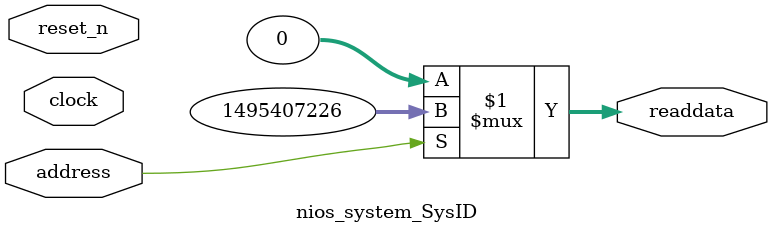
<source format=v>



// synthesis translate_off
`timescale 1ns / 1ps
// synthesis translate_on

// turn off superfluous verilog processor warnings 
// altera message_level Level1 
// altera message_off 10034 10035 10036 10037 10230 10240 10030 

module nios_system_SysID (
               // inputs:
                address,
                clock,
                reset_n,

               // outputs:
                readdata
             )
;

  output  [ 31: 0] readdata;
  input            address;
  input            clock;
  input            reset_n;

  wire    [ 31: 0] readdata;
  //control_slave, which is an e_avalon_slave
  assign readdata = address ? 1495407226 : 0;

endmodule



</source>
